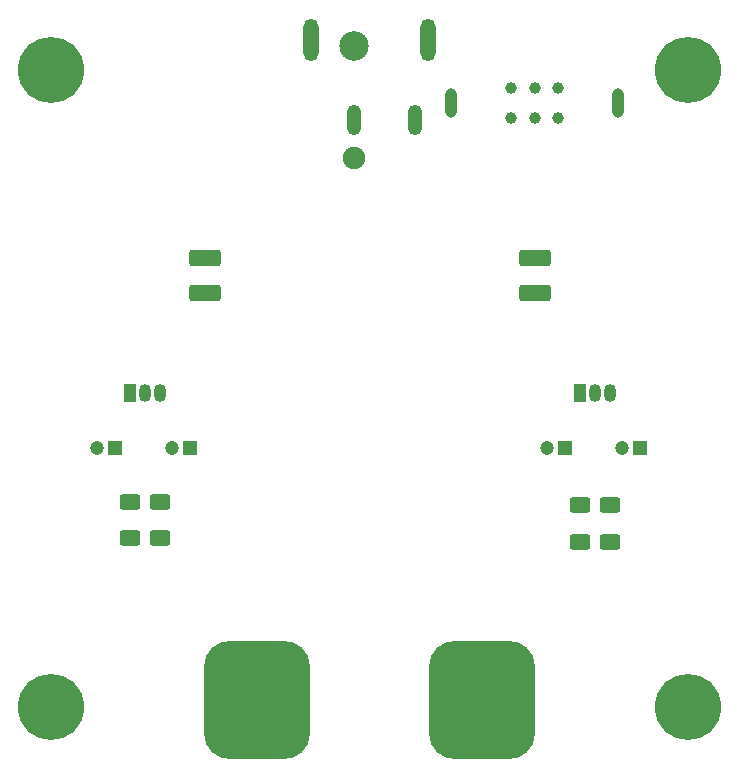
<source format=gbr>
%TF.GenerationSoftware,KiCad,Pcbnew,7.0.2*%
%TF.CreationDate,2023-05-27T17:02:01+02:00*%
%TF.ProjectId,benchpsu_barreljack_adapter,62656e63-6870-4737-955f-62617272656c,rev?*%
%TF.SameCoordinates,Original*%
%TF.FileFunction,Soldermask,Top*%
%TF.FilePolarity,Negative*%
%FSLAX46Y46*%
G04 Gerber Fmt 4.6, Leading zero omitted, Abs format (unit mm)*
G04 Created by KiCad (PCBNEW 7.0.2) date 2023-05-27 17:02:01*
%MOMM*%
%LPD*%
G01*
G04 APERTURE LIST*
G04 Aperture macros list*
%AMRoundRect*
0 Rectangle with rounded corners*
0 $1 Rounding radius*
0 $2 $3 $4 $5 $6 $7 $8 $9 X,Y pos of 4 corners*
0 Add a 4 corners polygon primitive as box body*
4,1,4,$2,$3,$4,$5,$6,$7,$8,$9,$2,$3,0*
0 Add four circle primitives for the rounded corners*
1,1,$1+$1,$2,$3*
1,1,$1+$1,$4,$5*
1,1,$1+$1,$6,$7*
1,1,$1+$1,$8,$9*
0 Add four rect primitives between the rounded corners*
20,1,$1+$1,$2,$3,$4,$5,0*
20,1,$1+$1,$4,$5,$6,$7,0*
20,1,$1+$1,$6,$7,$8,$9,0*
20,1,$1+$1,$8,$9,$2,$3,0*%
G04 Aperture macros list end*
%ADD10C,1.524000*%
%ADD11RoundRect,2.250000X2.250000X2.750000X-2.250000X2.750000X-2.250000X-2.750000X2.250000X-2.750000X0*%
%ADD12RoundRect,0.250000X0.625000X-0.400000X0.625000X0.400000X-0.625000X0.400000X-0.625000X-0.400000X0*%
%ADD13C,3.600000*%
%ADD14C,5.600000*%
%ADD15R,1.050000X1.500000*%
%ADD16O,1.050000X1.500000*%
%ADD17RoundRect,0.250001X-1.074999X0.462499X-1.074999X-0.462499X1.074999X-0.462499X1.074999X0.462499X0*%
%ADD18R,1.200000X1.200000*%
%ADD19C,1.200000*%
%ADD20C,1.000000*%
%ADD21O,1.000000X2.500000*%
%ADD22C,2.500000*%
%ADD23O,1.200000X2.600000*%
%ADD24C,1.900000*%
%ADD25O,1.300000X3.600000*%
G04 APERTURE END LIST*
D10*
%TO.C,J1*%
X145415000Y-131846000D03*
X145415000Y-129306000D03*
X145415000Y-126766000D03*
X145415000Y-124226000D03*
X142875000Y-131846000D03*
X142875000Y-129306000D03*
D11*
X142875000Y-128016000D03*
D10*
X142875000Y-126766000D03*
X142875000Y-124226000D03*
X140335000Y-131846000D03*
X140335000Y-129306000D03*
X140335000Y-126766000D03*
X140335000Y-124226000D03*
%TD*%
%TO.C,J2*%
X164465000Y-131846000D03*
X164465000Y-129306000D03*
X164465000Y-126766000D03*
X164465000Y-124226000D03*
X161925000Y-131846000D03*
X161925000Y-129306000D03*
D11*
X161925000Y-128016000D03*
D10*
X161925000Y-126766000D03*
X161925000Y-124226000D03*
X159385000Y-131846000D03*
X159385000Y-129306000D03*
X159385000Y-126766000D03*
X159385000Y-124226000D03*
%TD*%
D12*
%TO.C,R3*%
X134620000Y-114300000D03*
X134620000Y-111200000D03*
%TD*%
D13*
%TO.C,H1*%
X179400000Y-128600000D03*
D14*
X179400000Y-128600000D03*
%TD*%
D15*
%TO.C,U2*%
X170180000Y-101960000D03*
D16*
X171450000Y-101960000D03*
X172720000Y-101960000D03*
%TD*%
D17*
%TO.C,D1*%
X166370000Y-90587500D03*
X166370000Y-93562500D03*
%TD*%
D18*
%TO.C,C2*%
X168910000Y-106680000D03*
D19*
X167410000Y-106680000D03*
%TD*%
D13*
%TO.C,H2*%
X179400000Y-74600000D03*
D14*
X179400000Y-74600000D03*
%TD*%
D12*
%TO.C,R4*%
X132080000Y-114300000D03*
X132080000Y-111200000D03*
%TD*%
D15*
%TO.C,U1*%
X132080000Y-101960000D03*
D16*
X133350000Y-101960000D03*
X134620000Y-101960000D03*
%TD*%
D17*
%TO.C,D3*%
X138430000Y-90587500D03*
X138430000Y-93562500D03*
%TD*%
D12*
%TO.C,R2*%
X170180000Y-114580000D03*
X170180000Y-111480000D03*
%TD*%
D20*
%TO.C,SW1*%
X168370000Y-78680000D03*
X166370000Y-78680000D03*
X164370000Y-78680000D03*
X168370000Y-76180000D03*
X166370000Y-76180000D03*
X164370000Y-76180000D03*
D21*
X173420000Y-77430000D03*
X159320000Y-77430000D03*
%TD*%
D13*
%TO.C,H3*%
X125400000Y-74600000D03*
D14*
X125400000Y-74600000D03*
%TD*%
D18*
%TO.C,C1*%
X130810000Y-106680000D03*
D19*
X129310000Y-106680000D03*
%TD*%
D18*
%TO.C,C3*%
X137160000Y-106680000D03*
D19*
X135660000Y-106680000D03*
%TD*%
D13*
%TO.C,H4*%
X125400000Y-128600000D03*
D14*
X125400000Y-128600000D03*
%TD*%
D12*
%TO.C,R1*%
X172720000Y-114580000D03*
X172720000Y-111480000D03*
%TD*%
D22*
%TO.C,J3*%
X151075000Y-72600000D03*
D23*
X156275000Y-78850000D03*
X151075000Y-78850000D03*
D24*
X151075000Y-82100000D03*
D25*
X147455000Y-72100000D03*
X157305000Y-72100000D03*
%TD*%
D18*
%TO.C,C4*%
X175260000Y-106680000D03*
D19*
X173760000Y-106680000D03*
%TD*%
M02*

</source>
